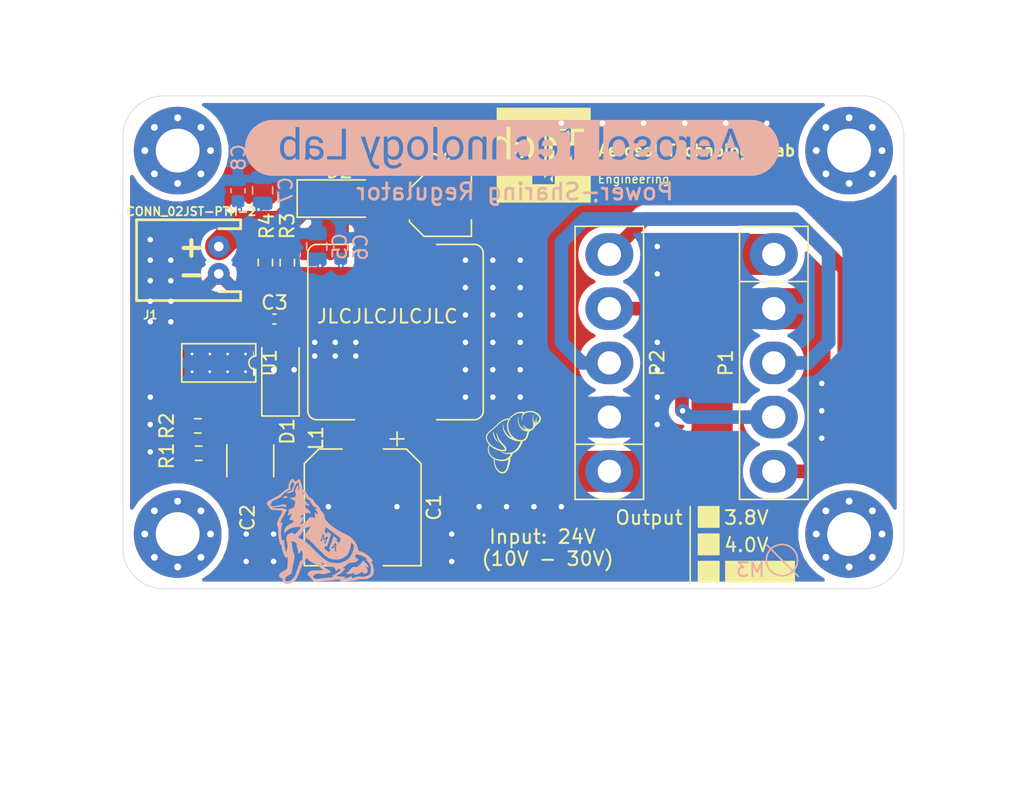
<source format=kicad_pcb>
(kicad_pcb (version 20171130) (host pcbnew 5.1.10-88a1d61d58~90~ubuntu20.04.1)
  (layers (0 F.Cu signal) (31 B.Cu signal) (34 B.Paste user) (35 F.Paste user) (36 B.SilkS user) (37 F.SilkS user) (38 B.Mask user) (39 F.Mask user) (44 Edge.Cuts user))
  (net 0 "")
  (net 1 +24V)
  (net 2 GND)
  (net 3 "Net-(P1-Pad3)")
  (net 4 "Net-(P1-Pad4)")
  (net 5 "Net-(P1-Pad5)")
  (net 6 "Net-(R1-Pad2)")
  (net 7 "Net-(R3-Pad1)")
  (net 8 "Net-(U1-Pad3)")
  (net 9 "Net-(U1-Pad2)")
  (net 10 "Net-(C3-Pad2)")
  (net 11 /Vout-pre)
  (net 12 /SW)
  (net 13 "Net-(C7-Pad1)")
  (module Capacitor_SMD:C_0805_2012Metric (layer B.Cu) (at 92.2 105.9 90)
    (fp_text reference C7 (at 0 1.68 90) (layer B.SilkS) (effects (justify mirror)))
    (fp_text value 10uF)
    (pad 2 smd roundrect (at 0.95 0 90) (size 1 1.45) (layers B.Cu B.Paste B.Mask) (net 2 GND))
    (pad 1 smd roundrect (at -0.95 0 90) (size 1 1.45) (layers B.Cu B.Paste B.Mask) (net 13 "Net-(C7-Pad1)"))
  )
  (module Capacitor_SMD:C_0805_2012Metric (layer B.Cu) (at 96.15 110 90)
    (fp_text reference C5 (at 0 1.68 90) (layer B.SilkS) (effects (justify mirror)))
    (fp_text value 10uF)
    (pad 2 smd roundrect (at 0.95 0 90) (size 1 1.45) (layers B.Cu B.Paste B.Mask) (net 2 GND))
    (pad 1 smd roundrect (at -0.95 0 90) (size 1 1.45) (layers B.Cu B.Paste B.Mask) (net 11 /Vout-pre))
  )
  (module Capacitor_SMD:C_0603_1608Metric (layer B.Cu) (at 90.4 105.925 90)
    (fp_text reference C8 (at 2.425 0.05 90) (layer B.SilkS) (effects (justify mirror)))
    (fp_text value 0.1uF)
    (pad 2 smd roundrect (at 0.775 0 90) (size 0.9 0.95) (layers B.Cu B.Paste B.Mask) (net 2 GND))
    (pad 1 smd roundrect (at -0.775 0 90) (size 0.9 0.95) (layers B.Cu B.Paste B.Mask) (net 13 "Net-(C7-Pad1)"))
  )
  (module Capacitor_SMD:C_0603_1608Metric (layer B.Cu) (at 97.9 110.125 90)
    (fp_text reference C6 (at 0.075 1.45 90) (layer B.SilkS) (effects (justify mirror)))
    (fp_text value 0.1uF)
    (pad 2 smd roundrect (at 0.775 0 90) (size 0.9 0.95) (layers B.Cu B.Paste B.Mask) (net 2 GND))
    (pad 1 smd roundrect (at -0.775 0 90) (size 0.9 0.95) (layers B.Cu B.Paste B.Mask) (net 11 /Vout-pre))
  )
  (module label (layer B.Cu) (at 110.4 102.8 180)
    (fp_text reference kibuzzard-61710895 hide)
    (fp_text value G*** hide)
  )
  (module MountingHole:MountingHole_3.2mm_M3_Pad_Via (layer F.Cu) (at 135 103)
    (fp_text reference REF** hide)
    (fp_text value MountingHole_3.2mm_M3_Pad_Via)
    (pad 1 thru_hole circle (at 1.697056 -1.697056) (size 0.8 0.8) (drill 0.5) (layers *.Cu *.Mask))
    (pad 1 thru_hole circle (at 0 -2.4) (size 0.8 0.8) (drill 0.5) (layers *.Cu *.Mask))
    (pad 1 thru_hole circle (at -1.697056 -1.697056) (size 0.8 0.8) (drill 0.5) (layers *.Cu *.Mask))
    (pad 1 thru_hole circle (at -2.4 0) (size 0.8 0.8) (drill 0.5) (layers *.Cu *.Mask))
    (pad 1 thru_hole circle (at -1.697056 1.697056) (size 0.8 0.8) (drill 0.5) (layers *.Cu *.Mask))
    (pad 1 thru_hole circle (at 0 2.4) (size 0.8 0.8) (drill 0.5) (layers *.Cu *.Mask))
    (pad 1 thru_hole circle (at 1.697056 1.697056) (size 0.8 0.8) (drill 0.5) (layers *.Cu *.Mask))
    (pad 1 thru_hole circle (at 2.4 0) (size 0.8 0.8) (drill 0.5) (layers *.Cu *.Mask))
    (pad 1 thru_hole circle (at 0 0) (size 6.4 6.4) (drill 3.2) (layers *.Cu *.Mask))
  )
  (module power-share:LM22680 (layer F.Cu) (at 89 118.5 180)
    (fp_text reference U1 (at -3.705 0 90) (layer F.SilkS))
    (fp_text value LM22680)
    (pad 9 smd rect (at 0 0 180) (size 3.4 2.71) (layers F.Cu F.Paste F.Mask) (net 2 GND))
    (pad 4 smd rect (at 1.905 2.7 180) (size 0.6 1.55) (layers F.Cu F.Paste F.Mask) (net 7 "Net-(R3-Pad1)"))
    (pad 5 smd rect (at 1.905 -2.7 180) (size 0.6 1.55) (layers F.Cu F.Paste F.Mask) (net 6 "Net-(R1-Pad2)"))
    (pad 3 smd rect (at 0.635 2.7 180) (size 0.6 1.55) (layers F.Cu F.Paste F.Mask) (net 8 "Net-(U1-Pad3)"))
    (pad 6 smd rect (at 0.635 -2.7 180) (size 0.6 1.55) (layers F.Cu F.Paste F.Mask) (net 2 GND))
    (pad 2 smd rect (at -0.635 2.7 180) (size 0.6 1.55) (layers F.Cu F.Paste F.Mask) (net 9 "Net-(U1-Pad2)"))
    (pad 7 smd rect (at -0.635 -2.7 180) (size 0.6 1.55) (layers F.Cu F.Paste F.Mask) (net 1 +24V))
    (pad 1 smd rect (at -1.905 2.7 180) (size 0.6 1.55) (layers F.Cu F.Paste F.Mask) (net 10 "Net-(C3-Pad2)"))
    (pad 8 smd rect (at -1.905 -2.7 180) (size 0.6 1.55) (layers F.Cu F.Paste F.Mask) (net 12 /SW))
    (pad 9 thru_hole circle (at -1.95 -0.65 180) (size 0.4 0.4) (drill 0.2) (layers *.Cu) (net 2 GND))
    (pad 9 thru_hole circle (at -0.65 -0.65 180) (size 0.4 0.4) (drill 0.2) (layers *.Cu) (net 2 GND))
    (pad 9 thru_hole circle (at -0.65 0.65 180) (size 0.4 0.4) (drill 0.2) (layers *.Cu) (net 2 GND))
    (pad 9 thru_hole circle (at 0.65 0.65 180) (size 0.4 0.4) (drill 0.2) (layers *.Cu) (net 2 GND))
    (pad 9 thru_hole circle (at 0.66 -0.65 180) (size 0.4 0.4) (drill 0.2) (layers *.Cu) (net 2 GND))
    (pad 9 thru_hole circle (at 1.95 0.65 180) (size 0.4 0.4) (drill 0.2) (layers *.Cu) (net 2 GND))
    (pad 9 thru_hole circle (at 1.95 -0.65 180) (size 0.4 0.4) (drill 0.2) (layers *.Cu) (net 2 GND))
    (pad 9 thru_hole custom (at -1.95 0.65 180) (size 0.4 0.4) (drill 0.2) (layers F.Cu) (net 2 GND) (options (clearance outline) (anchor circle)) (primitives (gr_poly (pts (xy 4.4 0.825) (xy -0.5 0.825) (xy -0.5 -2.125) (xy 4.4 -2.125)) (width 0.1))))
  )
  (module footprints:croissant (layer F.Cu) (at 110.5 124.3 90)
    (fp_text reference G*** hide)
    (fp_text value LOGO hide)
  )
  (module footprints:tamu-box (layer F.Cu) (at 112.7 103.3)
    (fp_text reference G*** hide)
    (fp_text value LOGO hide)
  )
  (module footprints:rev (layer B.Cu) (at 96.4 130.8 180)
    (fp_text reference G*** hide)
    (fp_text value LOGO hide)
  )
  (module MountingHole:MountingHole_3.2mm_M3_Pad_Via (layer F.Cu) (at 135 131)
    (fp_text reference REF** hide)
    (fp_text value MountingHole_3.2mm_M3_Pad_Via)
    (pad 1 thru_hole circle (at 1.697056 -1.697056) (size 0.8 0.8) (drill 0.5) (layers *.Cu *.Mask))
    (pad 1 thru_hole circle (at 0 -2.4) (size 0.8 0.8) (drill 0.5) (layers *.Cu *.Mask))
    (pad 1 thru_hole circle (at -1.697056 -1.697056) (size 0.8 0.8) (drill 0.5) (layers *.Cu *.Mask))
    (pad 1 thru_hole circle (at -2.4 0) (size 0.8 0.8) (drill 0.5) (layers *.Cu *.Mask))
    (pad 1 thru_hole circle (at -1.697056 1.697056) (size 0.8 0.8) (drill 0.5) (layers *.Cu *.Mask))
    (pad 1 thru_hole circle (at 0 2.4) (size 0.8 0.8) (drill 0.5) (layers *.Cu *.Mask))
    (pad 1 thru_hole circle (at 1.697056 1.697056) (size 0.8 0.8) (drill 0.5) (layers *.Cu *.Mask))
    (pad 1 thru_hole circle (at 2.4 0) (size 0.8 0.8) (drill 0.5) (layers *.Cu *.Mask))
    (pad 1 thru_hole circle (at 0 0) (size 6.4 6.4) (drill 3.2) (layers *.Cu *.Mask))
  )
  (module MountingHole:MountingHole_3.2mm_M3_Pad_Via (layer F.Cu) (at 86 131)
    (fp_text reference REF** hide)
    (fp_text value MountingHole_3.2mm_M3_Pad_Via)
    (pad 1 thru_hole circle (at 1.697056 -1.697056) (size 0.8 0.8) (drill 0.5) (layers *.Cu *.Mask))
    (pad 1 thru_hole circle (at 0 -2.4) (size 0.8 0.8) (drill 0.5) (layers *.Cu *.Mask))
    (pad 1 thru_hole circle (at -1.697056 -1.697056) (size 0.8 0.8) (drill 0.5) (layers *.Cu *.Mask))
    (pad 1 thru_hole circle (at -2.4 0) (size 0.8 0.8) (drill 0.5) (layers *.Cu *.Mask))
    (pad 1 thru_hole circle (at -1.697056 1.697056) (size 0.8 0.8) (drill 0.5) (layers *.Cu *.Mask))
    (pad 1 thru_hole circle (at 0 2.4) (size 0.8 0.8) (drill 0.5) (layers *.Cu *.Mask))
    (pad 1 thru_hole circle (at 1.697056 1.697056) (size 0.8 0.8) (drill 0.5) (layers *.Cu *.Mask))
    (pad 1 thru_hole circle (at 2.4 0) (size 0.8 0.8) (drill 0.5) (layers *.Cu *.Mask))
    (pad 1 thru_hole circle (at 0 0) (size 6.4 6.4) (drill 3.2) (layers *.Cu *.Mask))
  )
  (module MountingHole:MountingHole_3.2mm_M3_Pad_Via (layer F.Cu) (at 86 103)
    (fp_text reference REF** hide)
    (fp_text value MountingHole_3.2mm_M3_Pad_Via)
    (pad 1 thru_hole circle (at 1.697056 -1.697056) (size 0.8 0.8) (drill 0.5) (layers *.Cu *.Mask))
    (pad 1 thru_hole circle (at 0 -2.4) (size 0.8 0.8) (drill 0.5) (layers *.Cu *.Mask))
    (pad 1 thru_hole circle (at -1.697056 -1.697056) (size 0.8 0.8) (drill 0.5) (layers *.Cu *.Mask))
    (pad 1 thru_hole circle (at -2.4 0) (size 0.8 0.8) (drill 0.5) (layers *.Cu *.Mask))
    (pad 1 thru_hole circle (at -1.697056 1.697056) (size 0.8 0.8) (drill 0.5) (layers *.Cu *.Mask))
    (pad 1 thru_hole circle (at 0 2.4) (size 0.8 0.8) (drill 0.5) (layers *.Cu *.Mask))
    (pad 1 thru_hole circle (at 1.697056 1.697056) (size 0.8 0.8) (drill 0.5) (layers *.Cu *.Mask))
    (pad 1 thru_hole circle (at 2.4 0) (size 0.8 0.8) (drill 0.5) (layers *.Cu *.Mask))
    (pad 1 thru_hole circle (at 0 0) (size 6.4 6.4) (drill 3.2) (layers *.Cu *.Mask))
  )
  (module power-share:Molex-KK-396-5POS (layer F.Cu) (at 117.5 118.5 90)
    (fp_text reference P2 (at 0 3.5 90) (layer F.SilkS))
    (fp_text value Molex-KK-396-5POS)
    (pad 1 thru_hole oval (at -7.92 0 90) (size 3.1 3.5) (drill 1.7) (layers *.Cu *.Mask) (net 1 +24V))
    (pad 2 thru_hole oval (at -3.96 0 90) (size 3.1 3.5) (drill 1.7) (layers *.Cu *.Mask) (net 2 GND))
    (pad 3 thru_hole oval (at 0 0 90) (size 3.1 3.5) (drill 1.7) (layers *.Cu *.Mask) (net 3 "Net-(P1-Pad3)"))
    (pad 4 thru_hole oval (at 3.96 0 90) (size 3.1 3.5) (drill 1.7) (layers *.Cu *.Mask) (net 4 "Net-(P1-Pad4)"))
    (pad 5 thru_hole oval (at 7.92 0 90) (size 3.1 3.5) (drill 1.7) (layers *.Cu *.Mask) (net 5 "Net-(P1-Pad5)"))
  )
  (module Inductor_SMD:L_Bourns_SRR1260 (layer F.Cu) (at 101.9 116.25 90)
    (fp_text reference L1 (at -7.75 -5.8 90) (layer F.SilkS))
    (fp_text value 12uH)
    (pad 1 smd rect (at -4.85 0 90) (size 2.9 5.4) (layers F.Cu F.Paste F.Mask) (net 12 /SW))
    (pad 2 smd rect (at 4.85 0 90) (size 2.9 5.4) (layers F.Cu F.Paste F.Mask) (net 11 /Vout-pre))
  )
  (module Capacitor_SMD:C_0402_1005Metric_Pad0.74x0.62mm_HandSolder (layer F.Cu) (at 93.0675 115.3 180)
    (fp_text reference C3 (at 0 1.2) (layer F.SilkS))
    (fp_text value 10nF)
    (pad 2 smd roundrect (at 0.5675 0 180) (size 0.735 0.62) (layers F.Cu F.Paste F.Mask) (net 10 "Net-(C3-Pad2)"))
    (pad 1 smd roundrect (at -0.5675 0 180) (size 0.735 0.62) (layers F.Cu F.Paste F.Mask) (net 12 /SW))
  )
  (module Capacitor_SMD:C_1812_4532Metric (layer F.Cu) (at 91.3 125.65 270)
    (fp_text reference C2 (at 4.15 0.2 90) (layer F.SilkS))
    (fp_text value 6.8uF)
    (pad 2 smd roundrect (at 2.05 0 270) (size 1.4 3.4) (layers F.Cu F.Paste F.Mask) (roundrect_rratio 0.1785707142857143) (net 2 GND))
    (pad 1 smd roundrect (at -2.05 0 270) (size 1.4 3.4) (layers F.Cu F.Paste F.Mask) (roundrect_rratio 0.1785707142857143) (net 1 +24V))
  )
  (module Capacitor_SMD:CP_Elec_8x6.5 (layer F.Cu) (at 99.5 129.05 270)
    (fp_text reference C1 (at 0 -5.2 90) (layer F.SilkS))
    (fp_text value 22uF)
    (pad 2 smd roundrect (at 3.05 0 270) (size 4 2.5) (layers F.Cu F.Paste F.Mask) (roundrect_rratio 0.1) (net 2 GND))
    (pad 1 smd roundrect (at -3.05 0 270) (size 4 2.5) (layers F.Cu F.Paste F.Mask) (roundrect_rratio 0.1) (net 1 +24V))
  )
  (module Resistor_SMD:R_0603_1608Metric (layer F.Cu) (at 92.4 111.175 90)
    (fp_text reference R4 (at 2.675 0.1 90) (layer F.SilkS))
    (fp_text value 1.0k)
    (pad 2 smd roundrect (at 0.825 0 90) (size 0.8 0.95) (layers F.Cu F.Paste F.Mask) (net 7 "Net-(R3-Pad1)"))
    (pad 1 smd roundrect (at -0.825 0 90) (size 0.8 0.95) (layers F.Cu F.Paste F.Mask) (net 2 GND))
  )
  (module Resistor_SMD:R_0603_1608Metric (layer F.Cu) (at 94 111.175 270)
    (fp_text reference R3 (at -2.675 0 90) (layer F.SilkS))
    (fp_text value 2.0k)
    (pad 2 smd roundrect (at 0.825 0 270) (size 0.8 0.95) (layers F.Cu F.Paste F.Mask) (net 11 /Vout-pre))
    (pad 1 smd roundrect (at -0.825 0 270) (size 0.8 0.95) (layers F.Cu F.Paste F.Mask) (net 7 "Net-(R3-Pad1)"))
  )
  (module Resistor_SMD:R_0603_1608Metric (layer F.Cu) (at 87.475 123.1 180)
    (fp_text reference R2 (at 2.275 0 270) (layer F.SilkS))
    (fp_text value 200k)
    (pad 2 smd roundrect (at 0.825 0 180) (size 0.8 0.95) (layers F.Cu F.Paste F.Mask) (net 6 "Net-(R1-Pad2)"))
    (pad 1 smd roundrect (at -0.825 0 180) (size 0.8 0.95) (layers F.Cu F.Paste F.Mask) (net 2 GND))
  )
  (module Resistor_SMD:R_0603_1608Metric (layer F.Cu) (at 87.525 125.1 180)
    (fp_text reference R1 (at 2.325 -0.2 270) (layer F.SilkS))
    (fp_text value 470k)
    (pad 2 smd roundrect (at 0.825 0 180) (size 0.8 0.95) (layers F.Cu F.Paste F.Mask) (net 6 "Net-(R1-Pad2)"))
    (pad 1 smd roundrect (at -0.825 0 180) (size 0.8 0.95) (layers F.Cu F.Paste F.Mask) (net 1 +24V))
  )
  (module Connectors:JST-2-PTH (layer F.Cu) (at 89 111 90)
    (fp_text reference J1 (at -4 -5) (layer F.SilkS) (effects (font (size 0.6096 0.6096) (thickness 0.127))))
    (fp_text value CONN_02JST-PTH-2 (at 3.556 -2) (layer F.SilkS) (effects (font (size 0.6096 0.6096) (thickness 0.127))))
    (pad 2 thru_hole circle (at 0.99822 0 90) (size 1.59766 1.59766) (drill 0.6985) (layers *.Cu *.Mask) (net 13 "Net-(C7-Pad1)"))
    (pad 1 thru_hole circle (at -0.99822 0 90) (size 1.59766 1.59766) (drill 0.6985) (layers *.Cu *.Mask) (net 2 GND))
  )
  (module Diode_SMD:D_SOD-128 (layer F.Cu) (at 97.8 106.5)
    (fp_text reference D2 (at 0 -2) (layer F.SilkS))
    (fp_text value PMEG6030EP)
    (pad 2 smd rect (at 2.2 0) (size 1.4 2.1) (layers F.Cu F.Paste F.Mask) (net 11 /Vout-pre))
    (pad 1 smd rect (at -2.2 0) (size 1.4 2.1) (layers F.Cu F.Paste F.Mask) (net 13 "Net-(C7-Pad1)"))
  )
  (module Diode_SMD:D_SOD-128 (layer F.Cu) (at 93.5 119.3 90)
    (fp_text reference D1 (at -4.2 0.5 90) (layer F.SilkS))
    (fp_text value PMEG6030EP)
    (pad 2 smd rect (at 2.2 0 90) (size 1.4 2.1) (layers F.Cu F.Paste F.Mask) (net 2 GND))
    (pad 1 smd rect (at -2.2 0 90) (size 1.4 2.1) (layers F.Cu F.Paste F.Mask) (net 12 /SW))
  )
  (module Capacitor_SMD:C_Elec_4x5.8 (layer F.Cu) (at 105.175 107)
    (fp_text reference C4 (at -0.075 -3.2) (layer F.SilkS))
    (fp_text value 120uF)
    (pad 2 smd roundrect (at 1.675 0) (size 2.65 1.6) (layers F.Cu F.Paste F.Mask) (roundrect_rratio 0.15625) (net 2 GND))
    (pad 1 smd roundrect (at -1.675 0) (size 2.65 1.6) (layers F.Cu F.Paste F.Mask) (roundrect_rratio 0.15625) (net 11 /Vout-pre))
  )
  (module power-share:Molex-KK-396-5POS (layer F.Cu) (at 129.5 118.5 270)
    (fp_text reference P1 (at 0 3.5 90) (layer F.SilkS))
    (fp_text value Molex-KK-396-5POS)
    (pad 1 thru_hole oval (at -7.92 0 270) (size 3.1 3.5) (drill 1.7) (layers *.Cu *.Mask) (net 1 +24V))
    (pad 2 thru_hole oval (at -3.96 0 270) (size 3.1 3.5) (drill 1.7) (layers *.Cu *.Mask) (net 2 GND))
    (pad 3 thru_hole oval (at 0 0 270) (size 3.1 3.5) (drill 1.7) (layers *.Cu *.Mask) (net 3 "Net-(P1-Pad3)"))
    (pad 4 thru_hole oval (at 3.96 0 270) (size 3.1 3.5) (drill 1.7) (layers *.Cu *.Mask) (net 4 "Net-(P1-Pad4)"))
    (pad 5 thru_hole oval (at 7.92 0 270) (size 3.1 3.5) (drill 1.7) (layers *.Cu *.Mask) (net 5 "Net-(P1-Pad5)"))
  )
  (gr_text JLCJLCJLCJLC (at 101.3 115.1) (layer F.SilkS) (effects (font (size 1 1))))
  (gr_text "Biological and Agricultural\nEngineering" (at 116.6 104.6) (layer F.SilkS) (effects (font (size 0.6 0.6) (thickness 0.1)) (justify left)))
  (gr_text "Aerosol Technology Lab" (at 116.6 103) (layer F.SilkS) (effects (font (size 0.8 0.8) (thickness 0.18)) (justify left)))
  (gr_text M3 (at 127.8 133.6) (layer B.SilkS) (effects (font (size 1 1)) (justify mirror)))
  (gr_line (start 131.3 134.1) (end 129 131.8) (layer B.SilkS) (width 0.12))
  (gr_circle (center 130.1 132.9) (end 129.2 133.6) (layer B.SilkS) (width 0.12))
  (gr_text "Power-Sharing Regulator" (at 110.6 106) (layer B.SilkS) (effects (font (size 1.2 1.2) (thickness 0.2)) (justify mirror)))
  (gr_line (start 123.4 129) (end 123.4 134.6) (layer F.SilkS) (width 0.12))
  (gr_text 4.0V (at 127.5 131.8) (layer F.SilkS) (effects (font (size 1 1))))
  (gr_poly (pts (xy 131 134.5) (xy 126 134.5) (xy 126 133) (xy 131 133)) (layer F.SilkS) (width 0.1))
  (gr_poly (pts (xy 125.5 134.5) (xy 124 134.5) (xy 124 133) (xy 125.5 133)) (layer F.SilkS) (width 0.1))
  (gr_poly (pts (xy 125.5 132.5) (xy 124 132.5) (xy 124 131) (xy 125.5 131)) (layer F.SilkS) (width 0.1))
  (gr_poly (pts (xy 125.5 130.5) (xy 124 130.5) (xy 124 129) (xy 125.5 129)) (layer F.SilkS) (width 0.1))
  (gr_text 3.8V (at 127.5 129.8) (layer F.SilkS) (effects (font (size 1 1))))
  (gr_text "Output\n" (at 120.4 129.8) (layer F.SilkS) (effects (font (size 1 1))))
  (gr_text "Input: 24V \n(10V - 30V)" (at 113 132) (layer F.SilkS) (effects (font (size 1 1))))
  (gr_text - (at 87 112) (layer F.SilkS) (effects (font (size 1.5 1.5) (thickness 0.3))))
  (gr_text + (at 87 110) (layer F.SilkS) (effects (font (size 1.5 1.5) (thickness 0.3))))
  (gr_arc (start 136 102) (end 139 102) (angle -90) (layer Edge.Cuts) (width 0.05))
  (gr_arc (start 136 132) (end 136 135) (angle -90) (layer Edge.Cuts) (width 0.05))
  (gr_arc (start 85 132) (end 82 132) (angle -90) (layer Edge.Cuts) (width 0.05))
  (gr_arc (start 85 102) (end 85 99) (angle -90) (layer Edge.Cuts) (width 0.05))
  (gr_line (start 82 102) (end 82 132) (layer Edge.Cuts) (width 0.05))
  (gr_line (start 136 99) (end 85 99) (layer Edge.Cuts) (width 0.05))
  (gr_line (start 139 132) (end 139 102) (layer Edge.Cuts) (width 0.05))
  (gr_line (start 85 135) (end 136 135) (layer Edge.Cuts) (width 0.05))
  (segment (start 90.26 123.6) (end 91.3 123.6) (width 1) (layer F.Cu) (net 1))
  (segment (start 89.635 122.975) (end 90.26 123.6) (width 1) (layer F.Cu) (net 1))
  (segment (start 89.635 121.2) (end 89.635 122.975) (width 1) (layer F.Cu) (net 1))
  (segment (start 122.58 126.42) (end 99.92 126.42) (width 3) (layer F.Cu) (net 1))
  (segment (start 125 124) (end 122.58 126.42) (width 3) (layer F.Cu) (net 1))
  (segment (start 125 112) (end 125 124) (width 3) (layer F.Cu) (net 1))
  (segment (start 99.92 126.42) (end 99.5 126) (width 3) (layer F.Cu) (net 1))
  (segment (start 126.42 110.58) (end 125 112) (width 3) (layer F.Cu) (net 1))
  (segment (start 129.5 110.58) (end 126.42 110.58) (width 3) (layer F.Cu) (net 1))
  (segment (start 90.95 117.85) (end 88.35 117.85) (width 0.6) (layer F.Cu) (net 2))
  (segment (start 86.8 118.5) (end 89 118.5) (width 0.6) (layer F.Cu) (net 2))
  (via (at 93 119) (size 0.8) (drill 0.4) (layers F.Cu B.Cu) (net 2))
  (via (at 94.5 119) (size 0.8) (drill 0.4) (layers F.Cu B.Cu) (net 2))
  (via (at 96 117) (size 0.8) (drill 0.4) (layers F.Cu B.Cu) (net 2))
  (via (at 96 118) (size 0.8) (drill 0.4) (layers F.Cu B.Cu) (net 2))
  (via (at 97.5 118) (size 0.8) (drill 0.4) (layers F.Cu B.Cu) (net 2))
  (via (at 97.5 117) (size 0.8) (drill 0.4) (layers F.Cu B.Cu) (net 2))
  (via (at 99 117) (size 0.8) (drill 0.4) (layers F.Cu B.Cu) (net 2))
  (via (at 99 118) (size 0.8) (drill 0.4) (layers F.Cu B.Cu) (net 2))
  (via (at 107 111) (size 0.8) (drill 0.4) (layers F.Cu B.Cu) (net 2))
  (via (at 109 111) (size 0.8) (drill 0.4) (layers F.Cu B.Cu) (net 2))
  (via (at 111 111) (size 0.8) (drill 0.4) (layers F.Cu B.Cu) (net 2))
  (via (at 111 113) (size 0.8) (drill 0.4) (layers F.Cu B.Cu) (net 2))
  (via (at 109 113) (size 0.8) (drill 0.4) (layers F.Cu B.Cu) (net 2))
  (via (at 107 113) (size 0.8) (drill 0.4) (layers F.Cu B.Cu) (net 2))
  (via (at 107 115) (size 0.8) (drill 0.4) (layers F.Cu B.Cu) (net 2))
  (via (at 109 115) (size 0.8) (drill 0.4) (layers F.Cu B.Cu) (net 2))
  (via (at 111 115) (size 0.8) (drill 0.4) (layers F.Cu B.Cu) (net 2))
  (via (at 111 117) (size 0.8) (drill 0.4) (layers F.Cu B.Cu) (net 2))
  (via (at 109 117) (size 0.8) (drill 0.4) (layers F.Cu B.Cu) (net 2))
  (via (at 107 117) (size 0.8) (drill 0.4) (layers F.Cu B.Cu) (net 2))
  (via (at 107 119) (size 0.8) (drill 0.4) (layers F.Cu B.Cu) (net 2))
  (via (at 109 119) (size 0.8) (drill 0.4) (layers F.Cu B.Cu) (net 2))
  (via (at 111 119) (size 0.8) (drill 0.4) (layers F.Cu B.Cu) (net 2))
  (via (at 111 121) (size 0.8) (drill 0.4) (layers F.Cu B.Cu) (net 2))
  (via (at 109 121) (size 0.8) (drill 0.4) (layers F.Cu B.Cu) (net 2))
  (via (at 107 121) (size 0.8) (drill 0.4) (layers F.Cu B.Cu) (net 2))
  (segment (start 89 118.5) (end 85 118.5) (width 2) (layer F.Cu) (net 2))
  (segment (start 88.365 119.135) (end 89 118.5) (width 0.8) (layer F.Cu) (net 2))
  (segment (start 88.365 121.2) (end 88.365 119.135) (width 0.8) (layer F.Cu) (net 2))
  (segment (start 88.365 123.035) (end 88.3 123.1) (width 0.8) (layer F.Cu) (net 2))
  (segment (start 88.365 121.2) (end 88.365 123.035) (width 0.8) (layer F.Cu) (net 2))
  (via (at 84 109.5) (size 0.8) (drill 0.4) (layers F.Cu B.Cu) (net 2))
  (via (at 84 111) (size 0.8) (drill 0.4) (layers F.Cu B.Cu) (net 2))
  (via (at 84 112.5) (size 0.8) (drill 0.4) (layers F.Cu B.Cu) (net 2))
  (via (at 84 114) (size 0.8) (drill 0.4) (layers F.Cu B.Cu) (net 2))
  (via (at 84 115.5) (size 0.8) (drill 0.4) (layers F.Cu B.Cu) (net 2))
  (via (at 85.5 115.5) (size 0.8) (drill 0.4) (layers F.Cu B.Cu) (net 2))
  (via (at 85.5 114) (size 0.8) (drill 0.4) (layers F.Cu B.Cu) (net 2))
  (via (at 85.5 112.5) (size 0.8) (drill 0.4) (layers F.Cu B.Cu) (net 2))
  (via (at 85.5 111) (size 0.8) (drill 0.4) (layers F.Cu B.Cu) (net 2))
  (via (at 108 129) (size 0.9) (drill 0.4) (layers F.Cu B.Cu) (net 2))
  (via (at 110 129) (size 0.9) (drill 0.4) (layers F.Cu B.Cu) (net 2))
  (via (at 112 129) (size 0.9) (drill 0.4) (layers F.Cu B.Cu) (net 2))
  (via (at 114 129) (size 0.9) (drill 0.4) (layers F.Cu B.Cu) (net 2))
  (via (at 106 131) (size 0.9) (drill 0.4) (layers F.Cu B.Cu) (net 2))
  (via (at 106 133) (size 0.9) (drill 0.4) (layers F.Cu B.Cu) (net 2))
  (via (at 102 129) (size 0.9) (drill 0.4) (layers F.Cu B.Cu) (net 2))
  (via (at 97 129) (size 0.9) (drill 0.4) (layers F.Cu B.Cu) (net 2))
  (via (at 93 131) (size 0.9) (drill 0.4) (layers F.Cu B.Cu) (net 2))
  (via (at 93 133) (size 0.9) (drill 0.4) (layers F.Cu B.Cu) (net 2))
  (via (at 91 133) (size 0.9) (drill 0.4) (layers F.Cu B.Cu) (net 2))
  (via (at 91 131) (size 0.9) (drill 0.4) (layers F.Cu B.Cu) (net 2))
  (via (at 84 121) (size 0.9) (drill 0.4) (layers F.Cu B.Cu) (net 2))
  (via (at 84 123) (size 0.9) (drill 0.4) (layers F.Cu B.Cu) (net 2))
  (via (at 84 125) (size 0.9) (drill 0.4) (layers F.Cu B.Cu) (net 2))
  (via (at 129 101) (size 0.9) (drill 0.4) (layers F.Cu B.Cu) (net 2))
  (via (at 126 101) (size 0.9) (drill 0.4) (layers F.Cu B.Cu) (net 2))
  (via (at 123 101) (size 0.9) (drill 0.4) (layers F.Cu B.Cu) (net 2))
  (via (at 120 101) (size 0.9) (drill 0.4) (layers F.Cu B.Cu) (net 2))
  (via (at 117 101) (size 0.9) (drill 0.4) (layers F.Cu B.Cu) (net 2))
  (via (at 114 101) (size 0.9) (drill 0.4) (layers F.Cu B.Cu) (net 2))
  (via (at 133 120) (size 0.9) (drill 0.4) (layers F.Cu B.Cu) (net 2))
  (via (at 133 124) (size 0.9) (drill 0.4) (layers F.Cu B.Cu) (net 2))
  (via (at 133 122) (size 0.9) (drill 0.4) (layers F.Cu B.Cu) (net 2))
  (via (at 121 123) (size 0.9) (drill 0.4) (layers F.Cu B.Cu) (net 2))
  (via (at 121 121) (size 0.9) (drill 0.4) (layers F.Cu B.Cu) (net 2))
  (via (at 121 119) (size 0.9) (drill 0.4) (layers F.Cu B.Cu) (net 2))
  (via (at 121 117) (size 0.9) (drill 0.4) (layers F.Cu B.Cu) (net 2))
  (via (at 121 110) (size 0.9) (drill 0.4) (layers F.Cu B.Cu) (net 2))
  (via (at 121 112) (size 0.9) (drill 0.4) (layers F.Cu B.Cu) (net 2))
  (segment (start 99.5 132.1) (end 102.8 132.1) (width 3) (layer F.Cu) (net 2))
  (segment (start 129.5 114.54) (end 131.66 114.54) (width 3) (layer F.Cu) (net 2))
  (segment (start 117.5 122.46) (end 114.66 122.46) (width 3) (layer B.Cu) (net 2))
  (segment (start 117.5 122.46) (end 119.66 122.46) (width 3) (layer B.Cu) (net 2))
  (segment (start 129.5 114.54) (end 126.84 114.54) (width 3) (layer B.Cu) (net 2))
  (segment (start 115.5 118.5) (end 117.5 118.5) (width 1) (layer B.Cu) (net 3))
  (segment (start 114 117) (end 115.5 118.5) (width 1) (layer B.Cu) (net 3))
  (segment (start 133.5 110.5) (end 131 108) (width 1) (layer B.Cu) (net 3))
  (segment (start 114 109.7) (end 114 117) (width 1) (layer B.Cu) (net 3))
  (segment (start 115.7 108) (end 114 109.7) (width 1) (layer B.Cu) (net 3))
  (segment (start 133.5 117) (end 133.5 110.5) (width 1) (layer B.Cu) (net 3))
  (segment (start 131 108) (end 115.7 108) (width 1) (layer B.Cu) (net 3))
  (segment (start 132 118.5) (end 133.5 117) (width 1) (layer B.Cu) (net 3))
  (segment (start 129.5 118.5) (end 132 118.5) (width 1) (layer B.Cu) (net 3))
  (via (at 122.85 122) (size 0.9) (drill 0.4) (layers F.Cu B.Cu) (net 4))
  (segment (start 123.31 122.46) (end 122.85 122) (width 1) (layer B.Cu) (net 4))
  (segment (start 129.5 122.46) (end 123.31 122.46) (width 1) (layer B.Cu) (net 4))
  (segment (start 122.79999 115.79999) (end 122.79999 122) (width 1) (layer F.Cu) (net 4))
  (segment (start 121.54 114.54) (end 122.79999 115.79999) (width 1) (layer F.Cu) (net 4))
  (segment (start 117.5 114.54) (end 121.54 114.54) (width 1) (layer F.Cu) (net 4))
  (segment (start 120.079999 108.000001) (end 117.5 110.58) (width 1) (layer F.Cu) (net 5))
  (segment (start 131.000001 108.000001) (end 120.079999 108.000001) (width 1) (layer F.Cu) (net 5))
  (segment (start 134.649988 111.649988) (end 131.000001 108.000001) (width 1) (layer F.Cu) (net 5))
  (segment (start 134.649988 124.850012) (end 134.649988 111.649988) (width 1) (layer F.Cu) (net 5))
  (segment (start 133.08 126.42) (end 134.649988 124.850012) (width 1) (layer F.Cu) (net 5))
  (segment (start 129.5 126.42) (end 133.08 126.42) (width 1) (layer F.Cu) (net 5))
  (segment (start 86.7 123.15) (end 86.65 123.1) (width 0.6) (layer F.Cu) (net 6))
  (segment (start 86.7 125.1) (end 86.7 123.15) (width 0.6) (layer F.Cu) (net 6))
  (segment (start 87.095 122.655) (end 86.65 123.1) (width 0.6) (layer F.Cu) (net 6))
  (segment (start 87.095 121.2) (end 87.095 122.655) (width 0.6) (layer F.Cu) (net 6))
  (segment (start 91.45 110.35) (end 92.4 110.35) (width 0.6) (layer F.Cu) (net 7))
  (segment (start 91 110.8) (end 91.45 110.35) (width 0.6) (layer F.Cu) (net 7))
  (segment (start 91 113.6) (end 91 110.8) (width 0.6) (layer F.Cu) (net 7))
  (segment (start 90.6 114) (end 91 113.6) (width 0.6) (layer F.Cu) (net 7))
  (segment (start 87.095 114.705) (end 87.8 114) (width 0.6) (layer F.Cu) (net 7))
  (segment (start 87.8 114) (end 90.6 114) (width 0.6) (layer F.Cu) (net 7))
  (segment (start 87.095 115.8) (end 87.095 114.705) (width 0.6) (layer F.Cu) (net 7))
  (segment (start 94 110.35) (end 92.4 110.35) (width 0.6) (layer F.Cu) (net 7))
  (segment (start 90.905 115.8) (end 90.905 115.695) (width 0.6) (layer F.Cu) (net 10))
  (segment (start 91.3 115.3) (end 92.5 115.3) (width 0.6) (layer F.Cu) (net 10))
  (segment (start 90.905 115.695) (end 91.3 115.3) (width 0.6) (layer F.Cu) (net 10))
  (segment (start 101.3 112) (end 101.9 111.4) (width 1) (layer F.Cu) (net 11))
  (segment (start 96.4 110.9) (end 96.4 111.4) (width 0.2) (layer B.Cu) (net 11))
  (via (at 96.4 111.4) (size 0.4) (drill 0.2) (layers F.Cu B.Cu) (net 11))
  (segment (start 95.8 112) (end 95.75 112) (width 0.2) (layer F.Cu) (net 11))
  (segment (start 96.4 111.4) (end 95.8 112) (width 0.2) (layer F.Cu) (net 11))
  (segment (start 94 112) (end 95.75 112) (width 1) (layer F.Cu) (net 11))
  (segment (start 97 112) (end 97.05 112) (width 0.2) (layer F.Cu) (net 11))
  (segment (start 96.4 111.4) (end 97 112) (width 0.2) (layer F.Cu) (net 11))
  (segment (start 97.05 112) (end 98.2 112) (width 1) (layer F.Cu) (net 11))
  (segment (start 95.75 112) (end 97.05 112) (width 1) (layer F.Cu) (net 11))
  (via (at 97.9 111.4) (size 0.4) (drill 0.2) (layers F.Cu B.Cu) (net 11))
  (segment (start 97.9 110.9) (end 97.9 111.4) (width 0.2) (layer B.Cu) (net 11))
  (segment (start 97.3 112) (end 97.05 112) (width 0.2) (layer F.Cu) (net 11))
  (segment (start 97.9 111.4) (end 97.3 112) (width 0.2) (layer F.Cu) (net 11))
  (segment (start 98.35 111.85) (end 98.35 112) (width 0.2) (layer F.Cu) (net 11))
  (segment (start 97.9 111.4) (end 98.35 111.85) (width 0.2) (layer F.Cu) (net 11))
  (segment (start 98.35 112) (end 101.3 112) (width 1) (layer F.Cu) (net 11))
  (segment (start 98.2 112) (end 98.35 112) (width 1) (layer F.Cu) (net 11))
  (segment (start 93.635 115.3) (end 99.9 115.3) (width 1) (layer F.Cu) (net 12))
  (segment (start 101.9 117.3) (end 101.9 121.1) (width 1) (layer F.Cu) (net 12))
  (segment (start 99.9 115.3) (end 101.9 117.3) (width 1) (layer F.Cu) (net 12))
  (segment (start 90.599389 108.4) (end 89 109.999389) (width 2) (layer F.Cu) (net 13))
  (segment (start 95.5 106.5) (end 93.6 108.4) (width 2) (layer F.Cu) (net 13))
  (segment (start 95.6 106.5) (end 95.5 106.5) (width 2) (layer F.Cu) (net 13))
  (via (at 91.9 107.3) (size 0.4) (drill 0.2) (layers F.Cu B.Cu) (net 13))
  (segment (start 91.9 106.7) (end 91.9 107.3) (width 0.2) (layer B.Cu) (net 13))
  (segment (start 90.8 108.4) (end 90.599389 108.4) (width 0.2) (layer F.Cu) (net 13))
  (segment (start 91.9 107.3) (end 90.8 108.4) (width 0.2) (layer F.Cu) (net 13))
  (segment (start 91.9 107.3) (end 93 108.4) (width 0.2) (layer F.Cu) (net 13))
  (segment (start 93 108.4) (end 90.599389 108.4) (width 2) (layer F.Cu) (net 13))
  (segment (start 93.6 108.4) (end 93 108.4) (width 2) (layer F.Cu) (net 13))
  (via (at 90.5 107.3) (size 0.4) (drill 0.2) (layers F.Cu B.Cu) (net 13))
  (segment (start 90.4 107.2) (end 90.5 107.3) (width 0.2) (layer B.Cu) (net 13))
  (segment (start 90.4 106.7) (end 90.4 107.2) (width 0.2) (layer B.Cu) (net 13))
  (segment (start 90.599389 107.399389) (end 90.5 107.3) (width 0.2) (layer F.Cu) (net 13))
  (segment (start 90.599389 108.4) (end 90.599389 107.399389) (width 0.2) (layer F.Cu) (net 13))
  (zone (net 11) (net_name /Vout-pre) (layer F.Cu) (priority 1) (connect_pads yes (clearance 0.508)) (min_thickness 0.254) (fill yes (arc_segments 32) (thermal_gap 0.508) (thermal_bridge_width 0.508))
    (polygon (pts (xy 99 112.8) (xy 99 104.6) (xy 104.8 104.6) (xy 104.8 112.8)))
  )
  (zone (net 1) (net_name +24V) (layer F.Cu) (priority 3) (connect_pads yes (clearance 0.508)) (min_thickness 0.254) (fill yes (arc_segments 32) (thermal_gap 0.508) (thermal_bridge_width 0.508))
    (polygon (pts (xy 95 123.5) (xy 101 123.5) (xy 101 128) (xy 94 128) (xy 94 126) (xy 87.5 126) (xy 87.5 122.5) (xy 95 122.5)))
  )
  (zone (net 12) (net_name /SW) (layer F.Cu) (priority 1) (connect_pads yes (clearance 0.508)) (min_thickness 0.254) (fill yes (arc_segments 32) (thermal_gap 0.508) (thermal_bridge_width 0.508))
    (polygon (pts (xy 104.8 122.8) (xy 99 122.8) (xy 99 122.2) (xy 90.4 122.2) (xy 90.4 120.2) (xy 91.4 120.2) (xy 92.2 120.6) (xy 94.6 120.6) (xy 98 119.4) (xy 104.8 119.4)))
  )
  (zone (net 2) (net_name GND) (layer B.Cu) (connect_pads (clearance 0.508)) (min_thickness 0.254) (fill yes (arc_segments 32) (thermal_gap 0.508) (thermal_bridge_width 0.8))
    (polygon (pts (xy 139 135) (xy 82 135) (xy 82 99) (xy 139 99)))
  )
  (zone (net 2) (net_name GND) (layer F.Cu) (connect_pads (clearance 0.508)) (min_thickness 0.254) (fill yes (arc_segments 32) (thermal_gap 0.508) (thermal_bridge_width 0.9))
    (polygon (pts (xy 139 135) (xy 82 135) (xy 82 99) (xy 139 99)))
  )
)
</source>
